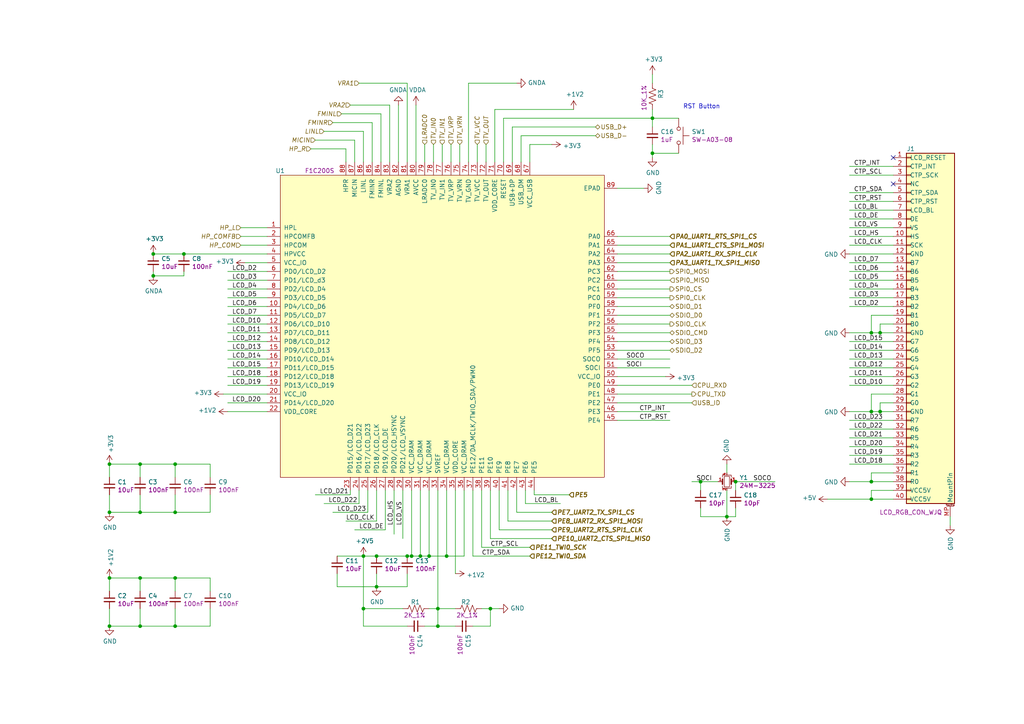
<source format=kicad_sch>
(kicad_sch (version 20210606) (generator eeschema)
  (paper "A4")
  (junction (at 31.75 134.62) (diameter 0.9144))
  (junction (at 31.75 148.59) (diameter 0.9144))
  (junction (at 31.75 167.64) (diameter 0.9144))
  (junction (at 31.75 181.61) (diameter 0.9144))
  (junction (at 40.64 134.62) (diameter 0.9144))
  (junction (at 40.64 148.59) (diameter 0.9144))
  (junction (at 40.64 167.64) (diameter 0.9144))
  (junction (at 40.64 181.61) (diameter 0.9144))
  (junction (at 44.45 73.66) (diameter 0.9144))
  (junction (at 44.45 80.01) (diameter 0.9144))
  (junction (at 50.8 134.62) (diameter 0.9144))
  (junction (at 50.8 148.59) (diameter 0.9144))
  (junction (at 50.8 167.64) (diameter 0.9144))
  (junction (at 50.8 181.61) (diameter 0.9144))
  (junction (at 53.34 73.66) (diameter 0.9144))
  (junction (at 105.41 161.29) (diameter 0.9144))
  (junction (at 105.41 176.53) (diameter 0.9144))
  (junction (at 109.22 161.29) (diameter 0.9144))
  (junction (at 109.22 170.18) (diameter 0.9144))
  (junction (at 118.11 161.29) (diameter 0.9144))
  (junction (at 119.38 161.29) (diameter 0.9144))
  (junction (at 121.92 161.29) (diameter 0.9144))
  (junction (at 124.46 161.29) (diameter 0.9144))
  (junction (at 127 176.53) (diameter 0.9144))
  (junction (at 127 181.61) (diameter 0.9144))
  (junction (at 129.54 161.29) (diameter 0.9144))
  (junction (at 142.24 176.53) (diameter 0.9144))
  (junction (at 189.23 34.29) (diameter 0.9144))
  (junction (at 189.23 44.45) (diameter 0.9144))
  (junction (at 203.2 139.7) (diameter 0.9144))
  (junction (at 210.82 149.86) (diameter 0.9144))
  (junction (at 213.36 139.7) (diameter 0.9144))
  (junction (at 252.73 96.52) (diameter 0.9144))
  (junction (at 252.73 119.38) (diameter 0.9144))
  (junction (at 252.73 139.7) (diameter 0.9144))
  (junction (at 252.73 144.78) (diameter 0.9144))
  (junction (at 255.27 96.52) (diameter 0.9144))
  (junction (at 255.27 119.38) (diameter 0.9144))
  (no_connect (at 259.08 45.72))
  (no_connect (at 259.08 53.34))
  (wire (pts (xy 31.75 134.62) (xy 40.64 134.62)))
  (wire (pts (xy 31.75 138.43) (xy 31.75 134.62)))
  (wire (pts (xy 31.75 143.51) (xy 31.75 148.59)))
  (wire (pts (xy 31.75 148.59) (xy 40.64 148.59)))
  (wire (pts (xy 31.75 167.64) (xy 40.64 167.64)))
  (wire (pts (xy 31.75 171.45) (xy 31.75 167.64)))
  (wire (pts (xy 31.75 176.53) (xy 31.75 181.61)))
  (wire (pts (xy 31.75 181.61) (xy 40.64 181.61)))
  (wire (pts (xy 40.64 134.62) (xy 40.64 138.43)))
  (wire (pts (xy 40.64 134.62) (xy 50.8 134.62)))
  (wire (pts (xy 40.64 148.59) (xy 40.64 143.51)))
  (wire (pts (xy 40.64 148.59) (xy 50.8 148.59)))
  (wire (pts (xy 40.64 167.64) (xy 40.64 171.45)))
  (wire (pts (xy 40.64 167.64) (xy 50.8 167.64)))
  (wire (pts (xy 40.64 181.61) (xy 40.64 176.53)))
  (wire (pts (xy 40.64 181.61) (xy 50.8 181.61)))
  (wire (pts (xy 44.45 80.01) (xy 44.45 78.74)))
  (wire (pts (xy 50.8 134.62) (xy 60.96 134.62)))
  (wire (pts (xy 50.8 138.43) (xy 50.8 134.62)))
  (wire (pts (xy 50.8 143.51) (xy 50.8 148.59)))
  (wire (pts (xy 50.8 148.59) (xy 60.96 148.59)))
  (wire (pts (xy 50.8 167.64) (xy 60.96 167.64)))
  (wire (pts (xy 50.8 171.45) (xy 50.8 167.64)))
  (wire (pts (xy 50.8 176.53) (xy 50.8 181.61)))
  (wire (pts (xy 50.8 181.61) (xy 60.96 181.61)))
  (wire (pts (xy 53.34 73.66) (xy 44.45 73.66)))
  (wire (pts (xy 53.34 73.66) (xy 77.47 73.66)))
  (wire (pts (xy 53.34 78.74) (xy 53.34 80.01)))
  (wire (pts (xy 53.34 80.01) (xy 44.45 80.01)))
  (wire (pts (xy 60.96 134.62) (xy 60.96 138.43)))
  (wire (pts (xy 60.96 148.59) (xy 60.96 143.51)))
  (wire (pts (xy 60.96 167.64) (xy 60.96 171.45)))
  (wire (pts (xy 60.96 181.61) (xy 60.96 176.53)))
  (wire (pts (xy 64.77 114.3) (xy 77.47 114.3)))
  (wire (pts (xy 69.85 71.12) (xy 77.47 71.12)))
  (wire (pts (xy 77.47 66.04) (xy 69.85 66.04)))
  (wire (pts (xy 77.47 68.58) (xy 69.85 68.58)))
  (wire (pts (xy 77.47 76.2) (xy 71.12 76.2)))
  (wire (pts (xy 77.47 78.74) (xy 66.04 78.74)))
  (wire (pts (xy 77.47 81.28) (xy 66.04 81.28)))
  (wire (pts (xy 77.47 83.82) (xy 66.04 83.82)))
  (wire (pts (xy 77.47 86.36) (xy 66.04 86.36)))
  (wire (pts (xy 77.47 88.9) (xy 66.04 88.9)))
  (wire (pts (xy 77.47 91.44) (xy 66.04 91.44)))
  (wire (pts (xy 77.47 93.98) (xy 66.04 93.98)))
  (wire (pts (xy 77.47 96.52) (xy 66.04 96.52)))
  (wire (pts (xy 77.47 99.06) (xy 66.04 99.06)))
  (wire (pts (xy 77.47 101.6) (xy 66.04 101.6)))
  (wire (pts (xy 77.47 104.14) (xy 66.04 104.14)))
  (wire (pts (xy 77.47 106.68) (xy 66.04 106.68)))
  (wire (pts (xy 77.47 109.22) (xy 66.04 109.22)))
  (wire (pts (xy 77.47 111.76) (xy 66.04 111.76)))
  (wire (pts (xy 77.47 116.84) (xy 66.04 116.84)))
  (wire (pts (xy 77.47 119.38) (xy 66.04 119.38)))
  (wire (pts (xy 90.17 43.18) (xy 100.33 43.18)))
  (wire (pts (xy 97.79 161.29) (xy 105.41 161.29)))
  (wire (pts (xy 97.79 170.18) (xy 97.79 166.37)))
  (wire (pts (xy 100.33 43.18) (xy 100.33 46.99)))
  (wire (pts (xy 101.6 142.24) (xy 101.6 143.51)))
  (wire (pts (xy 101.6 143.51) (xy 91.44 143.51)))
  (wire (pts (xy 102.87 40.64) (xy 91.44 40.64)))
  (wire (pts (xy 102.87 46.99) (xy 102.87 40.64)))
  (wire (pts (xy 104.14 142.24) (xy 104.14 146.05)))
  (wire (pts (xy 104.14 146.05) (xy 93.98 146.05)))
  (wire (pts (xy 105.41 38.1) (xy 93.98 38.1)))
  (wire (pts (xy 105.41 46.99) (xy 105.41 38.1)))
  (wire (pts (xy 105.41 161.29) (xy 105.41 176.53)))
  (wire (pts (xy 105.41 176.53) (xy 116.84 176.53)))
  (wire (pts (xy 105.41 181.61) (xy 105.41 176.53)))
  (wire (pts (xy 106.68 142.24) (xy 106.68 148.59)))
  (wire (pts (xy 106.68 148.59) (xy 96.52 148.59)))
  (wire (pts (xy 107.95 35.56) (xy 96.52 35.56)))
  (wire (pts (xy 107.95 46.99) (xy 107.95 35.56)))
  (wire (pts (xy 109.22 142.24) (xy 109.22 151.13)))
  (wire (pts (xy 109.22 151.13) (xy 100.33 151.13)))
  (wire (pts (xy 109.22 161.29) (xy 105.41 161.29)))
  (wire (pts (xy 109.22 161.29) (xy 118.11 161.29)))
  (wire (pts (xy 109.22 170.18) (xy 97.79 170.18)))
  (wire (pts (xy 109.22 170.18) (xy 109.22 166.37)))
  (wire (pts (xy 110.49 33.02) (xy 99.06 33.02)))
  (wire (pts (xy 110.49 46.99) (xy 110.49 33.02)))
  (wire (pts (xy 111.76 142.24) (xy 111.76 153.67)))
  (wire (pts (xy 111.76 153.67) (xy 102.87 153.67)))
  (wire (pts (xy 113.03 30.48) (xy 101.6 30.48)))
  (wire (pts (xy 113.03 46.99) (xy 113.03 30.48)))
  (wire (pts (xy 114.3 142.24) (xy 114.3 154.94)))
  (wire (pts (xy 115.57 46.99) (xy 115.57 30.48)))
  (wire (pts (xy 116.84 142.24) (xy 116.84 156.21)))
  (wire (pts (xy 118.11 24.13) (xy 104.14 24.13)))
  (wire (pts (xy 118.11 46.99) (xy 118.11 24.13)))
  (wire (pts (xy 118.11 166.37) (xy 118.11 170.18)))
  (wire (pts (xy 118.11 170.18) (xy 109.22 170.18)))
  (wire (pts (xy 118.11 181.61) (xy 105.41 181.61)))
  (wire (pts (xy 119.38 142.24) (xy 119.38 161.29)))
  (wire (pts (xy 119.38 161.29) (xy 118.11 161.29)))
  (wire (pts (xy 120.65 46.99) (xy 120.65 30.48)))
  (wire (pts (xy 121.92 142.24) (xy 121.92 161.29)))
  (wire (pts (xy 121.92 161.29) (xy 119.38 161.29)))
  (wire (pts (xy 123.19 46.99) (xy 123.19 41.91)))
  (wire (pts (xy 124.46 142.24) (xy 124.46 161.29)))
  (wire (pts (xy 124.46 161.29) (xy 121.92 161.29)))
  (wire (pts (xy 125.73 46.99) (xy 125.73 41.91)))
  (wire (pts (xy 127 142.24) (xy 127 176.53)))
  (wire (pts (xy 127 176.53) (xy 124.46 176.53)))
  (wire (pts (xy 127 176.53) (xy 127 181.61)))
  (wire (pts (xy 127 181.61) (xy 123.19 181.61)))
  (wire (pts (xy 128.27 46.99) (xy 128.27 41.91)))
  (wire (pts (xy 129.54 142.24) (xy 129.54 161.29)))
  (wire (pts (xy 129.54 161.29) (xy 124.46 161.29)))
  (wire (pts (xy 130.81 46.99) (xy 130.81 41.91)))
  (wire (pts (xy 132.08 142.24) (xy 132.08 166.37)))
  (wire (pts (xy 132.08 176.53) (xy 127 176.53)))
  (wire (pts (xy 132.08 181.61) (xy 127 181.61)))
  (wire (pts (xy 133.35 46.99) (xy 133.35 41.91)))
  (wire (pts (xy 134.62 142.24) (xy 134.62 161.29)))
  (wire (pts (xy 134.62 161.29) (xy 129.54 161.29)))
  (wire (pts (xy 135.89 24.13) (xy 135.89 46.99)))
  (wire (pts (xy 135.89 24.13) (xy 149.86 24.13)))
  (wire (pts (xy 137.16 142.24) (xy 137.16 161.29)))
  (wire (pts (xy 137.16 161.29) (xy 153.67 161.29)))
  (wire (pts (xy 137.16 181.61) (xy 142.24 181.61)))
  (wire (pts (xy 138.43 46.99) (xy 138.43 41.91)))
  (wire (pts (xy 139.7 142.24) (xy 139.7 158.75)))
  (wire (pts (xy 139.7 158.75) (xy 153.67 158.75)))
  (wire (pts (xy 139.7 176.53) (xy 142.24 176.53)))
  (wire (pts (xy 140.97 46.99) (xy 140.97 41.91)))
  (wire (pts (xy 142.24 142.24) (xy 142.24 156.21)))
  (wire (pts (xy 142.24 156.21) (xy 160.02 156.21)))
  (wire (pts (xy 142.24 176.53) (xy 144.78 176.53)))
  (wire (pts (xy 142.24 181.61) (xy 142.24 176.53)))
  (wire (pts (xy 143.51 31.75) (xy 166.37 31.75)))
  (wire (pts (xy 143.51 46.99) (xy 143.51 31.75)))
  (wire (pts (xy 144.78 142.24) (xy 144.78 153.67)))
  (wire (pts (xy 144.78 153.67) (xy 160.02 153.67)))
  (wire (pts (xy 146.05 34.29) (xy 189.23 34.29)))
  (wire (pts (xy 146.05 46.99) (xy 146.05 34.29)))
  (wire (pts (xy 147.32 142.24) (xy 147.32 151.13)))
  (wire (pts (xy 147.32 151.13) (xy 160.02 151.13)))
  (wire (pts (xy 148.59 36.83) (xy 172.72 36.83)))
  (wire (pts (xy 148.59 46.99) (xy 148.59 36.83)))
  (wire (pts (xy 149.86 142.24) (xy 149.86 148.59)))
  (wire (pts (xy 149.86 148.59) (xy 160.02 148.59)))
  (wire (pts (xy 151.13 39.37) (xy 172.72 39.37)))
  (wire (pts (xy 151.13 46.99) (xy 151.13 39.37)))
  (wire (pts (xy 152.4 142.24) (xy 152.4 146.05)))
  (wire (pts (xy 152.4 146.05) (xy 162.56 146.05)))
  (wire (pts (xy 153.67 41.91) (xy 160.02 41.91)))
  (wire (pts (xy 153.67 46.99) (xy 153.67 41.91)))
  (wire (pts (xy 154.94 142.24) (xy 154.94 143.51)))
  (wire (pts (xy 154.94 143.51) (xy 165.1 143.51)))
  (wire (pts (xy 179.07 54.61) (xy 186.69 54.61)))
  (wire (pts (xy 179.07 68.58) (xy 194.31 68.58)))
  (wire (pts (xy 179.07 71.12) (xy 194.31 71.12)))
  (wire (pts (xy 179.07 73.66) (xy 194.31 73.66)))
  (wire (pts (xy 179.07 76.2) (xy 194.31 76.2)))
  (wire (pts (xy 179.07 78.74) (xy 194.31 78.74)))
  (wire (pts (xy 179.07 81.28) (xy 194.31 81.28)))
  (wire (pts (xy 179.07 83.82) (xy 194.31 83.82)))
  (wire (pts (xy 179.07 86.36) (xy 194.31 86.36)))
  (wire (pts (xy 179.07 88.9) (xy 194.31 88.9)))
  (wire (pts (xy 179.07 101.6) (xy 194.31 101.6)))
  (wire (pts (xy 179.07 104.14) (xy 194.31 104.14)))
  (wire (pts (xy 179.07 106.68) (xy 194.31 106.68)))
  (wire (pts (xy 179.07 109.22) (xy 193.04 109.22)))
  (wire (pts (xy 179.07 111.76) (xy 200.66 111.76)))
  (wire (pts (xy 179.07 114.3) (xy 200.66 114.3)))
  (wire (pts (xy 179.07 116.84) (xy 200.66 116.84)))
  (wire (pts (xy 179.07 119.38) (xy 194.31 119.38)))
  (wire (pts (xy 179.07 121.92) (xy 194.31 121.92)))
  (wire (pts (xy 189.23 24.13) (xy 189.23 21.59)))
  (wire (pts (xy 189.23 31.75) (xy 189.23 34.29)))
  (wire (pts (xy 189.23 34.29) (xy 189.23 36.83)))
  (wire (pts (xy 189.23 34.29) (xy 196.85 34.29)))
  (wire (pts (xy 189.23 41.91) (xy 189.23 44.45)))
  (wire (pts (xy 189.23 44.45) (xy 189.23 45.72)))
  (wire (pts (xy 194.31 91.44) (xy 179.07 91.44)))
  (wire (pts (xy 194.31 93.98) (xy 179.07 93.98)))
  (wire (pts (xy 194.31 96.52) (xy 179.07 96.52)))
  (wire (pts (xy 194.31 99.06) (xy 179.07 99.06)))
  (wire (pts (xy 196.85 44.45) (xy 189.23 44.45)))
  (wire (pts (xy 203.2 139.7) (xy 200.66 139.7)))
  (wire (pts (xy 203.2 139.7) (xy 203.2 142.24)))
  (wire (pts (xy 203.2 147.32) (xy 203.2 149.86)))
  (wire (pts (xy 203.2 149.86) (xy 210.82 149.86)))
  (wire (pts (xy 208.28 139.7) (xy 203.2 139.7)))
  (wire (pts (xy 210.82 137.16) (xy 210.82 134.62)))
  (wire (pts (xy 210.82 142.24) (xy 210.82 149.86)))
  (wire (pts (xy 210.82 149.86) (xy 213.36 149.86)))
  (wire (pts (xy 213.36 139.7) (xy 213.36 142.24)))
  (wire (pts (xy 213.36 139.7) (xy 224.79 139.7)))
  (wire (pts (xy 213.36 149.86) (xy 213.36 147.32)))
  (wire (pts (xy 240.03 144.78) (xy 252.73 144.78)))
  (wire (pts (xy 246.38 99.06) (xy 259.08 99.06)))
  (wire (pts (xy 252.73 91.44) (xy 252.73 96.52)))
  (wire (pts (xy 252.73 96.52) (xy 246.38 96.52)))
  (wire (pts (xy 252.73 114.3) (xy 252.73 119.38)))
  (wire (pts (xy 252.73 119.38) (xy 246.38 119.38)))
  (wire (pts (xy 252.73 137.16) (xy 252.73 139.7)))
  (wire (pts (xy 252.73 139.7) (xy 246.38 139.7)))
  (wire (pts (xy 252.73 142.24) (xy 252.73 144.78)))
  (wire (pts (xy 255.27 93.98) (xy 255.27 96.52)))
  (wire (pts (xy 255.27 96.52) (xy 252.73 96.52)))
  (wire (pts (xy 255.27 116.84) (xy 255.27 119.38)))
  (wire (pts (xy 255.27 119.38) (xy 252.73 119.38)))
  (wire (pts (xy 259.08 48.26) (xy 246.38 48.26)))
  (wire (pts (xy 259.08 50.8) (xy 246.38 50.8)))
  (wire (pts (xy 259.08 55.88) (xy 246.38 55.88)))
  (wire (pts (xy 259.08 58.42) (xy 246.38 58.42)))
  (wire (pts (xy 259.08 60.96) (xy 246.38 60.96)))
  (wire (pts (xy 259.08 63.5) (xy 246.38 63.5)))
  (wire (pts (xy 259.08 66.04) (xy 246.38 66.04)))
  (wire (pts (xy 259.08 68.58) (xy 246.38 68.58)))
  (wire (pts (xy 259.08 71.12) (xy 246.38 71.12)))
  (wire (pts (xy 259.08 73.66) (xy 246.38 73.66)))
  (wire (pts (xy 259.08 76.2) (xy 246.38 76.2)))
  (wire (pts (xy 259.08 78.74) (xy 246.38 78.74)))
  (wire (pts (xy 259.08 81.28) (xy 246.38 81.28)))
  (wire (pts (xy 259.08 83.82) (xy 246.38 83.82)))
  (wire (pts (xy 259.08 86.36) (xy 246.38 86.36)))
  (wire (pts (xy 259.08 88.9) (xy 246.38 88.9)))
  (wire (pts (xy 259.08 91.44) (xy 252.73 91.44)))
  (wire (pts (xy 259.08 93.98) (xy 255.27 93.98)))
  (wire (pts (xy 259.08 96.52) (xy 255.27 96.52)))
  (wire (pts (xy 259.08 101.6) (xy 246.38 101.6)))
  (wire (pts (xy 259.08 104.14) (xy 246.38 104.14)))
  (wire (pts (xy 259.08 106.68) (xy 246.38 106.68)))
  (wire (pts (xy 259.08 109.22) (xy 246.38 109.22)))
  (wire (pts (xy 259.08 111.76) (xy 246.38 111.76)))
  (wire (pts (xy 259.08 114.3) (xy 252.73 114.3)))
  (wire (pts (xy 259.08 116.84) (xy 255.27 116.84)))
  (wire (pts (xy 259.08 119.38) (xy 255.27 119.38)))
  (wire (pts (xy 259.08 121.92) (xy 246.38 121.92)))
  (wire (pts (xy 259.08 124.46) (xy 246.38 124.46)))
  (wire (pts (xy 259.08 127) (xy 246.38 127)))
  (wire (pts (xy 259.08 129.54) (xy 246.38 129.54)))
  (wire (pts (xy 259.08 132.08) (xy 246.38 132.08)))
  (wire (pts (xy 259.08 134.62) (xy 246.38 134.62)))
  (wire (pts (xy 259.08 137.16) (xy 252.73 137.16)))
  (wire (pts (xy 259.08 139.7) (xy 252.73 139.7)))
  (wire (pts (xy 259.08 142.24) (xy 252.73 142.24)))
  (wire (pts (xy 259.08 144.78) (xy 252.73 144.78)))
  (wire (pts (xy 275.59 149.86) (xy 275.59 152.4)))
  (text "RST Button" (at 198.12 31.75 0) (effects (font (size 1.27 1.27)) (justify left bottom)))
  (label "LCD_D2" (at 67.31 78.74 0))
  (label "LCD_D3" (at 67.31 81.28 0))
  (label "LCD_D4" (at 67.31 83.82 0))
  (label "LCD_D5" (at 67.31 86.36 0))
  (label "LCD_D6" (at 67.31 88.9 0))
  (label "LCD_D7" (at 67.31 91.44 0))
  (label "LCD_D10" (at 67.31 93.98 0))
  (label "LCD_D11" (at 67.31 96.52 0))
  (label "LCD_D12" (at 67.31 99.06 0))
  (label "LCD_D13" (at 67.31 101.6 0))
  (label "LCD_D14" (at 67.31 104.14 0))
  (label "LCD_D15" (at 67.31 106.68 0))
  (label "LCD_D18" (at 67.31 109.22 0))
  (label "LCD_D19" (at 67.31 111.76 0))
  (label "LCD_D20" (at 67.31 116.84 0))
  (label "LCD_D21" (at 92.71 143.51 0))
  (label "LCD_D22" (at 95.25 146.05 0))
  (label "LCD_D23" (at 97.79 148.59 0))
  (label "LCD_CLK" (at 100.33 151.13 0))
  (label "LCD_DE" (at 104.14 153.67 0))
  (label "LCD_HS" (at 114.3 152.4 90))
  (label "LCD_VS" (at 116.84 152.4 90))
  (label "CTP_SDA" (at 139.7 161.29 0))
  (label "CTP_SCL" (at 142.24 158.75 0))
  (label "LCD_BL" (at 154.94 146.05 0))
  (label "SOCO" (at 181.61 104.14 0))
  (label "SOCI" (at 181.61 106.68 0))
  (label "CTP_INT" (at 185.42 119.38 0))
  (label "CTP_RST" (at 185.42 121.92 0))
  (label "SOCI" (at 201.93 139.7 0))
  (label "SOCO" (at 218.44 139.7 0))
  (label "CTP_INT" (at 247.65 48.26 0))
  (label "CTP_SCL" (at 247.65 50.8 0))
  (label "CTP_SDA" (at 247.65 55.88 0))
  (label "CTP_RST" (at 247.65 58.42 0))
  (label "LCD_BL" (at 247.65 60.96 0))
  (label "LCD_DE" (at 247.65 63.5 0))
  (label "LCD_VS" (at 247.65 66.04 0))
  (label "LCD_HS" (at 247.65 68.58 0))
  (label "LCD_CLK" (at 247.65 71.12 0))
  (label "LCD_D7" (at 247.65 76.2 0))
  (label "LCD_D6" (at 247.65 78.74 0))
  (label "LCD_D5" (at 247.65 81.28 0))
  (label "LCD_D4" (at 247.65 83.82 0))
  (label "LCD_D3" (at 247.65 86.36 0))
  (label "LCD_D2" (at 247.65 88.9 0))
  (label "LCD_D15" (at 247.65 99.06 0))
  (label "LCD_D14" (at 247.65 101.6 0))
  (label "LCD_D13" (at 247.65 104.14 0))
  (label "LCD_D12" (at 247.65 106.68 0))
  (label "LCD_D11" (at 247.65 109.22 0))
  (label "LCD_D10" (at 247.65 111.76 0))
  (label "LCD_D23" (at 247.65 121.92 0))
  (label "LCD_D22" (at 247.65 124.46 0))
  (label "LCD_D21" (at 247.65 127 0))
  (label "LCD_D20" (at 247.65 129.54 0))
  (label "LCD_D19" (at 247.65 132.08 0))
  (label "LCD_D18" (at 247.65 134.62 0))
  (hierarchical_label "HP_L" (shape input) (at 69.85 66.04 180) (effects (font italic)))
  (hierarchical_label "HP_COMFB" (shape input) (at 69.85 68.58 180) (effects (font italic)))
  (hierarchical_label "HP_COM" (shape input) (at 69.85 71.12 180) (effects (font italic)))
  (hierarchical_label "HP_R" (shape input) (at 90.17 43.18 180) (effects (font italic)))
  (hierarchical_label "MICIN" (shape input) (at 91.44 40.64 180) (effects (font italic)))
  (hierarchical_label "LINL" (shape input) (at 93.98 38.1 180) (effects (font italic)))
  (hierarchical_label "FMINR" (shape input) (at 96.52 35.56 180) (effects (font italic)))
  (hierarchical_label "FMINL" (shape input) (at 99.06 33.02 180) (effects (font italic)))
  (hierarchical_label "VRA2" (shape input) (at 101.6 30.48 180) (effects (font italic)))
  (hierarchical_label "VRA1" (shape input) (at 104.14 24.13 180) (effects (font italic)))
  (hierarchical_label "LRADC0" (shape input) (at 123.19 41.91 90) (effects (font italic)))
  (hierarchical_label "TV_IN0" (shape input) (at 125.73 41.91 90) (effects (font italic)))
  (hierarchical_label "TV_IN1" (shape input) (at 128.27 41.91 90) (effects (font italic)))
  (hierarchical_label "TV_VRP" (shape input) (at 130.81 41.91 90) (effects (font italic)))
  (hierarchical_label "TV_VRN" (shape input) (at 133.35 41.91 90) (effects (font italic)))
  (hierarchical_label "TV_VCC" (shape input) (at 138.43 41.91 90) (effects (font italic)))
  (hierarchical_label "TV_OUT" (shape input) (at 140.97 41.91 90) (effects (font italic)))
  (hierarchical_label "PE11_TWI0_SCK" (shape input) (at 153.67 158.75 0) (effects (font (thickness 0.254) bold italic)))
  (hierarchical_label "PE12_TWI0_SDA" (shape input) (at 153.67 161.29 0) (effects (font (thickness 0.254) bold italic)))
  (hierarchical_label "PE7_UART2_TX_SPI1_CS" (shape input) (at 160.02 148.59 0) (effects (font (thickness 0.254) bold italic)))
  (hierarchical_label "PE8_UART2_RX_SPI1_MOSI" (shape input) (at 160.02 151.13 0) (effects (font (thickness 0.254) bold italic)))
  (hierarchical_label "PE9_UART2_RTS_SPI1_CLK" (shape input) (at 160.02 153.67 0) (effects (font (thickness 0.254) bold italic)))
  (hierarchical_label "PE10_UART2_CTS_SPI1_MISO" (shape input) (at 160.02 156.21 0) (effects (font (thickness 0.254) bold italic)))
  (hierarchical_label "PE5" (shape input) (at 165.1 143.51 0) (effects (font (thickness 0.254) bold italic)))
  (hierarchical_label "USB_D+" (shape bidirectional) (at 172.72 36.83 0))
  (hierarchical_label "USB_D-" (shape bidirectional) (at 172.72 39.37 0))
  (hierarchical_label "PA0_UART1_RTS_SPI1_CS" (shape input) (at 194.31 68.58 0) (effects (font (thickness 0.254) bold italic)))
  (hierarchical_label "PA1_UART1_CTS_SPI1_MOSI" (shape input) (at 194.31 71.12 0) (effects (font (thickness 0.254) bold italic)))
  (hierarchical_label "PA2_UART1_RX_SPI1_CLK" (shape input) (at 194.31 73.66 0) (effects (font (thickness 0.254) bold italic)))
  (hierarchical_label "PA3_UART1_TX_SPI1_MISO" (shape input) (at 194.31 76.2 0) (effects (font (thickness 0.254) bold italic)))
  (hierarchical_label "SPI0_MOSI" (shape output) (at 194.31 78.74 0))
  (hierarchical_label "SPI0_MISO" (shape input) (at 194.31 81.28 0))
  (hierarchical_label "SPI0_CS" (shape output) (at 194.31 83.82 0))
  (hierarchical_label "SPI0_CLK" (shape output) (at 194.31 86.36 0))
  (hierarchical_label "SDIO_D1" (shape bidirectional) (at 194.31 88.9 0))
  (hierarchical_label "SDIO_D0" (shape bidirectional) (at 194.31 91.44 0))
  (hierarchical_label "SDIO_CLK" (shape output) (at 194.31 93.98 0))
  (hierarchical_label "SDIO_CMD" (shape bidirectional) (at 194.31 96.52 0))
  (hierarchical_label "SDIO_D3" (shape bidirectional) (at 194.31 99.06 0))
  (hierarchical_label "SDIO_D2" (shape bidirectional) (at 194.31 101.6 0))
  (hierarchical_label "CPU_RXD" (shape input) (at 200.66 111.76 0))
  (hierarchical_label "CPU_TXD" (shape output) (at 200.66 114.3 0))
  (hierarchical_label "USB_ID" (shape input) (at 200.66 116.84 0))
  (symbol (lib_id "power:+3.3V") (at 31.75 134.62 0) (unit 1)
    (property "Reference" "#PWR01" (effects hide))
    (property "Value" "+3.3V" (at 32.131 131.3688 90) (effects (justify left)))
  )
  (symbol (lib_id "power:+1V2") (at 31.75 167.64 0) (unit 1)
    (property "Reference" "#PWR03" (effects hide))
    (property "Value" "+1V2" (at 32.131 164.3888 90) (effects (justify left)))
  )
  (symbol (lib_id "power:+3.3V") (at 44.45 73.66 0) (unit 1)
    (property "Reference" "#PWR05" (effects hide))
    (property "Value" "+3.3V" (at 44.831 69.2658 0))
  )
  (symbol (lib_id "power:+3.3V") (at 64.77 114.3 90) (unit 1)
    (property "Reference" "#PWR07" (effects hide))
    (property "Value" "+3.3V" (at 61.5188 113.919 90) (effects (justify left)))
  )
  (symbol (lib_id "power:+1V2") (at 66.04 119.38 90) (unit 1)
    (property "Reference" "#PWR08" (effects hide))
    (property "Value" "+1V2" (at 62.7888 118.999 90) (effects (justify left)))
  )
  (symbol (lib_id "power:+3.3V") (at 71.12 76.2 90) (unit 1)
    (property "Reference" "#PWR09" (effects hide))
    (property "Value" "+3.3V" (at 67.8688 75.819 90) (effects (justify left)))
  )
  (symbol (lib_id "power:+2V5") (at 105.41 161.29 0) (unit 1)
    (property "Reference" "#PWR010" (effects hide))
    (property "Value" "+2V5" (at 105.791 156.8958 0))
  )
  (symbol (lib_id "power:VDDA") (at 120.65 30.48 0) (unit 1)
    (property "Reference" "#PWR013" (effects hide))
    (property "Value" "VDDA" (at 121.0818 26.0858 0))
  )
  (symbol (lib_id "power:+1V2") (at 132.08 166.37 270) (unit 1)
    (property "Reference" "#PWR014" (effects hide))
    (property "Value" "+1V2" (at 135.3312 166.751 90) (effects (justify left)))
  )
  (symbol (lib_id "power:+3.3V") (at 160.02 41.91 270) (unit 1)
    (property "Reference" "#PWR017" (effects hide))
    (property "Value" "+3.3V" (at 163.2712 42.291 90) (effects (justify left)))
  )
  (symbol (lib_id "power:+1V2") (at 166.37 31.75 0) (unit 1)
    (property "Reference" "#PWR018" (effects hide))
    (property "Value" "+1V2" (at 166.751 27.3558 0))
  )
  (symbol (lib_id "power:+3.3V") (at 189.23 21.59 0) (unit 1)
    (property "Reference" "#PWR020" (effects hide))
    (property "Value" "+3.3V" (at 189.611 17.1958 0))
  )
  (symbol (lib_id "power:+3.3V") (at 193.04 109.22 270) (unit 1)
    (property "Reference" "#PWR022" (effects hide))
    (property "Value" "+3.3V" (at 196.2912 109.601 90) (effects (justify left)))
  )
  (symbol (lib_id "power:+5V") (at 240.03 144.78 90) (unit 1)
    (property "Reference" "#PWR025" (effects hide))
    (property "Value" "+5V" (at 236.7788 144.399 90) (effects (justify left)))
  )
  (symbol (lib_id "power:GND") (at 31.75 148.59 0) (unit 1)
    (property "Reference" "#PWR02" (effects hide))
    (property "Value" "GND" (at 31.877 152.9842 0))
  )
  (symbol (lib_id "power:GND") (at 31.75 181.61 0) (unit 1)
    (property "Reference" "#PWR04" (effects hide))
    (property "Value" "GND" (at 31.877 186.0042 0))
  )
  (symbol (lib_id "power:GNDA") (at 44.45 80.01 0) (unit 1)
    (property "Reference" "#PWR06" (effects hide))
    (property "Value" "GNDA" (at 44.577 84.4042 0))
  )
  (symbol (lib_id "power:GND") (at 109.22 170.18 0) (unit 1)
    (property "Reference" "#PWR011" (effects hide))
    (property "Value" "GND" (at 109.347 174.5742 0))
  )
  (symbol (lib_id "power:GNDA") (at 115.57 30.48 180) (unit 1)
    (property "Reference" "#PWR012" (effects hide))
    (property "Value" "GNDA" (at 115.443 26.0858 0))
  )
  (symbol (lib_id "power:GND") (at 144.78 176.53 90) (unit 1)
    (property "Reference" "#PWR015" (effects hide))
    (property "Value" "GND" (at 148.0312 176.403 90) (effects (justify right)))
  )
  (symbol (lib_id "power:GNDA") (at 149.86 24.13 90) (unit 1)
    (property "Reference" "#PWR016" (effects hide))
    (property "Value" "GNDA" (at 153.1112 24.003 90) (effects (justify right)))
  )
  (symbol (lib_id "power:GND") (at 186.69 54.61 90) (unit 1)
    (property "Reference" "#PWR019" (effects hide))
    (property "Value" "GND" (at 191.0842 54.483 0))
  )
  (symbol (lib_id "power:GND") (at 189.23 45.72 0) (unit 1)
    (property "Reference" "#PWR021" (effects hide))
    (property "Value" "GND" (at 189.357 50.1142 0))
  )
  (symbol (lib_id "power:GND") (at 210.82 134.62 180) (unit 1)
    (property "Reference" "#PWR023" (effects hide))
    (property "Value" "GND" (at 210.693 131.3688 90) (effects (justify right)))
  )
  (symbol (lib_id "power:GND") (at 210.82 149.86 0) (unit 1)
    (property "Reference" "#PWR024" (effects hide))
    (property "Value" "GND" (at 210.947 153.1112 90) (effects (justify right)))
  )
  (symbol (lib_id "power:GND") (at 246.38 73.66 270) (unit 1)
    (property "Reference" "#PWR026" (effects hide))
    (property "Value" "GND" (at 243.1288 73.787 90) (effects (justify right)))
  )
  (symbol (lib_id "power:GND") (at 246.38 96.52 270) (unit 1)
    (property "Reference" "#PWR027" (effects hide))
    (property "Value" "GND" (at 243.1288 96.647 90) (effects (justify right)))
  )
  (symbol (lib_id "power:GND") (at 246.38 119.38 270) (unit 1)
    (property "Reference" "#PWR028" (effects hide))
    (property "Value" "GND" (at 243.1288 119.507 90) (effects (justify right)))
  )
  (symbol (lib_id "power:GND") (at 246.38 139.7 270) (unit 1)
    (property "Reference" "#PWR029" (effects hide))
    (property "Value" "GND" (at 243.1288 139.827 90) (effects (justify right)))
  )
  (symbol (lib_id "power:GND") (at 275.59 152.4 0) (unit 1)
    (property "Reference" "#PWR030" (effects hide))
    (property "Value" "GND" (at 275.717 155.6512 90) (effects (justify right)))
  )
  (symbol (lib_id "Device:R_US") (at 120.65 176.53 270) (unit 1)
    (property "Reference" "R1" (at 120.4722 174.625 90))
    (property "Value" "R_US" (effects hide))
    (property "Footprint" "0WJQ:R_0402_WJQ" (effects hide))
    (property "分类" "贴片电阻" (effects hide))
    (property "编码" "02.0026" (effects hide))
    (property "规格" "贴片电阻, 2K±1%, 0402" (effects hide))
    (property "参数" "2K_1%" (at 120.2436 178.435 90))
  )
  (symbol (lib_name "0WJQ:02.0026_R0402_2K_1%_1") (lib_id "Device:R_US") (at 135.89 176.53 270) (unit 1)
    (property "Reference" "R2" (at 135.0772 174.625 90))
    (property "Value" "R_US" (effects hide))
    (property "Footprint" "0WJQ:R_0402_WJQ" (effects hide))
    (property "分类" "贴片电阻" (effects hide))
    (property "编码" "02.0026" (effects hide))
    (property "规格" "贴片电阻, 2K±1%, 0402" (effects hide))
    (property "参数" "2K_1%" (at 135.4836 178.435 90))
  )
  (symbol (lib_id "Device:R_US") (at 189.23 27.94 180) (unit 1)
    (property "Reference" "R3" (at 191.6684 25.908 90) (effects (justify left)))
    (property "Value" "R_US" (effects hide))
    (property "Footprint" "0WJQ:R_0402_WJQ" (effects hide))
    (property "分类" "贴片电阻" (effects hide))
    (property "编码" "02.0008" (effects hide))
    (property "规格" "贴片电阻, 10K±1%, 0402" (effects hide))
    (property "参数" "10K_1%" (at 186.817 24.638 90) (effects (justify left)))
  )
  (symbol (lib_name "0WJQ:03.4004_C0603_10uF_1") (lib_id "0WJQ:03.4004_C0603_10uF") (at 31.75 140.97 0) (unit 1)
    (property "Reference" "C1" (at 34.0868 139.8016 0) (effects (justify left)))
    (property "Value" "03.4004_C0603_10uF" (effects hide))
    (property "Footprint" "0WJQ:C_0603_WJQ" (effects hide))
    (property "分类" "贴片瓷片电容" (effects hide))
    (property "编码" "03.4004" (effects hide))
    (property "规格" "10uF,16V,K,0603,X5R" (effects hide))
    (property "参数" "10uF" (at 34.0868 142.113 0) (effects (justify left)))
  )
  (symbol (lib_name "0WJQ:03.4004_C0603_10uF_2") (lib_id "0WJQ:03.4004_C0603_10uF") (at 31.75 173.99 0) (unit 1)
    (property "Reference" "C2" (at 34.0868 172.8216 0) (effects (justify left)))
    (property "Value" "03.4004_C0603_10uF" (effects hide))
    (property "Footprint" "0WJQ:C_0603_WJQ" (effects hide))
    (property "分类" "贴片瓷片电容" (effects hide))
    (property "编码" "03.4004" (effects hide))
    (property "规格" "10uF,16V,K,0603,X5R" (effects hide))
    (property "参数" "10uF" (at 34.0868 175.133 0) (effects (justify left)))
  )
  (symbol (lib_name "0WJQ:03.0009_C0402_100nF_7") (lib_id "0WJQ:03.0009_C0402_100nF") (at 40.64 140.97 0) (unit 1)
    (property "Reference" "C3" (at 42.9768 139.8016 0) (effects (justify left)))
    (property "Value" "03.0009_C0402_100nF" (effects hide))
    (property "Footprint" "0WJQ:C_0402_WJQ" (effects hide))
    (property "分类" "贴片瓷片电容" (effects hide))
    (property "编码" "03.0009" (effects hide))
    (property "规格" "100nF,16V,K,0402,X7R" (effects hide))
    (property "参数" "100nF" (at 42.9768 142.113 0) (effects (justify left)))
  )
  (symbol (lib_name "0WJQ:03.0009_C0402_100nF_4") (lib_id "0WJQ:03.0009_C0402_100nF") (at 40.64 173.99 0) (unit 1)
    (property "Reference" "C4" (at 42.9768 172.8216 0) (effects (justify left)))
    (property "Value" "03.0009_C0402_100nF" (effects hide))
    (property "Footprint" "0WJQ:C_0402_WJQ" (effects hide))
    (property "分类" "贴片瓷片电容" (effects hide))
    (property "编码" "03.0009" (effects hide))
    (property "规格" "100nF,16V,K,0402,X7R" (effects hide))
    (property "参数" "100nF" (at 42.9768 175.133 0) (effects (justify left)))
  )
  (symbol (lib_name "0WJQ:03.4004_C0603_10uF_3") (lib_id "0WJQ:03.4004_C0603_10uF") (at 44.45 76.2 0) (unit 1)
    (property "Reference" "C5" (at 46.7868 75.0316 0) (effects (justify left)))
    (property "Value" "03.4004_C0603_10uF" (effects hide))
    (property "Footprint" "0WJQ:C_0603_WJQ" (effects hide))
    (property "分类" "贴片瓷片电容" (effects hide))
    (property "编码" "03.4004" (effects hide))
    (property "规格" "10uF,16V,K,0603,X5R" (effects hide))
    (property "参数" "10uF" (at 46.7868 77.343 0) (effects (justify left)))
  )
  (symbol (lib_name "0WJQ:03.0009_C0402_100nF_6") (lib_id "0WJQ:03.0009_C0402_100nF") (at 50.8 140.97 0) (unit 1)
    (property "Reference" "C6" (at 53.1368 139.8016 0) (effects (justify left)))
    (property "Value" "03.0009_C0402_100nF" (effects hide))
    (property "Footprint" "0WJQ:C_0402_WJQ" (effects hide))
    (property "分类" "贴片瓷片电容" (effects hide))
    (property "编码" "03.0009" (effects hide))
    (property "规格" "100nF,16V,K,0402,X7R" (effects hide))
    (property "参数" "100nF" (at 53.1368 142.113 0) (effects (justify left)))
  )
  (symbol (lib_name "0WJQ:03.0009_C0402_100nF_5") (lib_id "0WJQ:03.0009_C0402_100nF") (at 50.8 173.99 0) (unit 1)
    (property "Reference" "C7" (at 53.1368 172.8216 0) (effects (justify left)))
    (property "Value" "03.0009_C0402_100nF" (effects hide))
    (property "Footprint" "0WJQ:C_0402_WJQ" (effects hide))
    (property "分类" "贴片瓷片电容" (effects hide))
    (property "编码" "03.0009" (effects hide))
    (property "规格" "100nF,16V,K,0402,X7R" (effects hide))
    (property "参数" "100nF" (at 53.1368 175.133 0) (effects (justify left)))
  )
  (symbol (lib_name "0WJQ:03.0009_C0402_100nF_8") (lib_id "0WJQ:03.0009_C0402_100nF") (at 53.34 76.2 0) (unit 1)
    (property "Reference" "C8" (at 55.6768 75.0316 0) (effects (justify left)))
    (property "Value" "03.0009_C0402_100nF" (effects hide))
    (property "Footprint" "0WJQ:C_0402_WJQ" (effects hide))
    (property "分类" "贴片瓷片电容" (effects hide))
    (property "编码" "03.0009" (effects hide))
    (property "规格" "100nF,16V,K,0402,X7R" (effects hide))
    (property "参数" "100nF" (at 55.6768 77.343 0) (effects (justify left)))
  )
  (symbol (lib_name "0WJQ:03.0009_C0402_100nF_9") (lib_id "0WJQ:03.0009_C0402_100nF") (at 60.96 140.97 0) (unit 1)
    (property "Reference" "C9" (at 63.2968 139.8016 0) (effects (justify left)))
    (property "Value" "03.0009_C0402_100nF" (effects hide))
    (property "Footprint" "0WJQ:C_0402_WJQ" (effects hide))
    (property "分类" "贴片瓷片电容" (effects hide))
    (property "编码" "03.0009" (effects hide))
    (property "规格" "100nF,16V,K,0402,X7R" (effects hide))
    (property "参数" "100nF" (at 63.2968 142.113 0) (effects (justify left)))
  )
  (symbol (lib_id "0WJQ:03.0009_C0402_100nF") (at 60.96 173.99 0) (unit 1)
    (property "Reference" "C10" (at 63.2968 172.8216 0) (effects (justify left)))
    (property "Value" "03.0009_C0402_100nF" (effects hide))
    (property "Footprint" "0WJQ:C_0402_WJQ" (effects hide))
    (property "分类" "贴片瓷片电容" (effects hide))
    (property "编码" "03.0009" (effects hide))
    (property "规格" "100nF,16V,K,0402,X7R" (effects hide))
    (property "参数" "100nF" (at 63.2968 175.133 0) (effects (justify left)))
  )
  (symbol (lib_id "0WJQ:03.4004_C0603_10uF") (at 97.79 163.83 0) (unit 1)
    (property "Reference" "C11" (at 100.1268 162.6616 0) (effects (justify left)))
    (property "Value" "03.4004_C0603_10uF" (effects hide))
    (property "Footprint" "0WJQ:C_0603_WJQ" (effects hide))
    (property "分类" "贴片瓷片电容" (effects hide))
    (property "编码" "03.4004" (effects hide))
    (property "规格" "10uF,16V,K,0603,X5R" (effects hide))
    (property "参数" "10uF" (at 100.1268 164.973 0) (effects (justify left)))
  )
  (symbol (lib_name "0WJQ:03.4004_C0603_10uF_4") (lib_id "0WJQ:03.4004_C0603_10uF") (at 109.22 163.83 0) (unit 1)
    (property "Reference" "C12" (at 111.5568 162.6616 0) (effects (justify left)))
    (property "Value" "03.4004_C0603_10uF" (effects hide))
    (property "Footprint" "0WJQ:C_0603_WJQ" (effects hide))
    (property "分类" "贴片瓷片电容" (effects hide))
    (property "编码" "03.4004" (effects hide))
    (property "规格" "10uF,16V,K,0603,X5R" (effects hide))
    (property "参数" "10uF" (at 111.5568 164.973 0) (effects (justify left)))
  )
  (symbol (lib_name "0WJQ:03.0009_C0402_100nF_1") (lib_id "0WJQ:03.0009_C0402_100nF") (at 118.11 163.83 0) (unit 1)
    (property "Reference" "C13" (at 120.4468 162.6616 0) (effects (justify left)))
    (property "Value" "03.0009_C0402_100nF" (effects hide))
    (property "Footprint" "0WJQ:C_0402_WJQ" (effects hide))
    (property "分类" "贴片瓷片电容" (effects hide))
    (property "编码" "03.0009" (effects hide))
    (property "规格" "100nF,16V,K,0402,X7R" (effects hide))
    (property "参数" "100nF" (at 120.4468 164.973 0) (effects (justify left)))
  )
  (symbol (lib_name "0WJQ:03.0009_C0402_100nF_2") (lib_id "0WJQ:03.0009_C0402_100nF") (at 120.65 181.61 270) (unit 1)
    (property "Reference" "C14" (at 121.8184 183.9468 0) (effects (justify left)))
    (property "Value" "03.0009_C0402_100nF" (effects hide))
    (property "Footprint" "0WJQ:C_0402_WJQ" (effects hide))
    (property "分类" "贴片瓷片电容" (effects hide))
    (property "编码" "03.0009" (effects hide))
    (property "规格" "100nF,16V,K,0402,X7R" (effects hide))
    (property "参数" "100nF" (at 119.507 183.9468 0) (effects (justify left)))
  )
  (symbol (lib_name "0WJQ:03.0009_C0402_100nF_3") (lib_id "0WJQ:03.0009_C0402_100nF") (at 134.62 181.61 270) (unit 1)
    (property "Reference" "C15" (at 135.7884 183.9468 0) (effects (justify left)))
    (property "Value" "03.0009_C0402_100nF" (effects hide))
    (property "Footprint" "0WJQ:C_0402_WJQ" (effects hide))
    (property "分类" "贴片瓷片电容" (effects hide))
    (property "编码" "03.0009" (effects hide))
    (property "规格" "100nF,16V,K,0402,X7R" (effects hide))
    (property "参数" "100nF" (at 133.477 183.9468 0) (effects (justify left)))
  )
  (symbol (lib_id "0WJQ:03.0001_C0402_1uF") (at 189.23 39.37 0) (unit 1)
    (property "Reference" "C16" (at 191.5668 38.2016 0) (effects (justify left)))
    (property "Value" "03.0001_C0402_1uF" (effects hide))
    (property "Footprint" "0WJQ:C_0402_WJQ" (effects hide))
    (property "分类" "贴片瓷片电容" (effects hide))
    (property "编码" "03.0001" (effects hide))
    (property "规格" "1uF,10V,K,X5R" (effects hide))
    (property "参数" "1uF" (at 191.5668 40.513 0) (effects (justify left)))
  )
  (symbol (lib_name "0WJQ:03.0003_C0402_10pF_1") (lib_id "0WJQ:03.0003_C0402_10pF") (at 203.2 144.78 0) (unit 1)
    (property "Reference" "C17" (at 205.5368 143.6116 0) (effects (justify left)))
    (property "Value" "03.0003_C0402_10pF" (effects hide))
    (property "Footprint" "0WJQ:C_0402_WJQ" (effects hide))
    (property "分类" "贴片瓷片电容" (effects hide))
    (property "编码" "03.0003" (effects hide))
    (property "规格" "10PF,50V,J,0402,NPO(C0G)" (effects hide))
    (property "参数" "10pF" (at 205.5368 145.923 0) (effects (justify left)))
  )
  (symbol (lib_id "0WJQ:03.0003_C0402_10pF") (at 213.36 144.78 0) (unit 1)
    (property "Reference" "C18" (at 215.6968 143.6116 0) (effects (justify left)))
    (property "Value" "03.0003_C0402_10pF" (effects hide))
    (property "Footprint" "0WJQ:C_0402_WJQ" (effects hide))
    (property "分类" "贴片瓷片电容" (effects hide))
    (property "编码" "03.0003" (effects hide))
    (property "规格" "10PF,50V,J,0402,NPO(C0G)" (effects hide))
    (property "参数" "10pF" (at 215.6968 145.923 0) (effects (justify left)))
  )
  (symbol (lib_id "0WJQ:07.0403_Crystal_24M_3225") (at 210.82 139.7 0) (unit 1)
    (property "Reference" "Y1" (at 214.4776 138.5316 0) (effects (justify left)))
    (property "Value" "07.0403_Crystal_24M_3225" (effects hide))
    (property "Footprint" "Crystal:Crystal_SMD_3225-4Pin_3.2x2.5mm" (effects hide))
    (property "分类" "晶振" (effects hide))
    (property "编码" "07.0403" (effects hide))
    (property "规格" "YXC 24MHz±20ppm,20PF, 3.2X2.5" (effects hide))
    (property "参数" "24M-3225" (at 214.4776 140.843 0) (effects (justify left)))
  )
  (symbol (lib_id "0WJQ:11.0101_SW-A03-08") (at 196.85 39.37 270) (unit 1)
    (property "Reference" "SW1" (at 200.6092 38.2016 90) (effects (justify left)))
    (property "Value" "11.0101_SW-A03-08" (effects hide))
    (property "Footprint" "0WJQ:SW_Push_Button__A03-08" (effects hide))
    (property "Datasheet" "https://detail.tmall.com/item.htm?spm=a230r.1.14.20.356315f4vnWHTm&id=45804817908&ns=1&abbucket=9" (effects hide))
    (property "分类" "按键" (effects hide))
    (property "编码" "11.0101" (effects hide))
    (property "规格" "四脚贴片按键，4.2X3.2X2.5 按钮 汽车遥控钥匙" (effects hide))
    (property "参数" "SW-A03-08" (at 200.6092 40.513 90) (effects (justify left)))
  )
  (symbol (lib_id "0WJQ:10.0402_LCD_RGB_CON_WJQ") (at 264.16 93.98 0) (unit 1)
    (property "Reference" "J1" (at 264.16 43.18 0))
    (property "Value" "10.0402_LCD_RGB_CON_WJQ" (effects hide))
    (property "Footprint" "0WJQ:FPC_40_0.5_BR" (effects hide))
    (property "分类" "接插件" (effects hide))
    (property "编码" "10.0402" (effects hide))
    (property "规格" "RGB模组接口，FPC40，0.5间距，翻盖下接" (effects hide))
    (property "参数" "LCD_RGB_CON_WJQ" (at 264.16 148.59 0))
  )
  (symbol (lib_id "0WJQ:08.0001_F1C200S") (at 81.28 50.8 0) (unit 1)
    (property "Reference" "U1" (at 81.28 49.53 0))
    (property "Value" "08.0001_F1C200S" (effects hide))
    (property "Footprint" "0WJQ:QFN-88_EP_10x10_Pitch0.4mm" (effects hide))
    (property "分类" "CPU" (effects hide))
    (property "编码" "08.0001" (effects hide))
    (property "规格" "F1C200S， QFN88,10X10, 64M RAM" (effects hide))
    (property "参数" "F1C200S" (at 92.71 49.53 0))
  )
)
</source>
